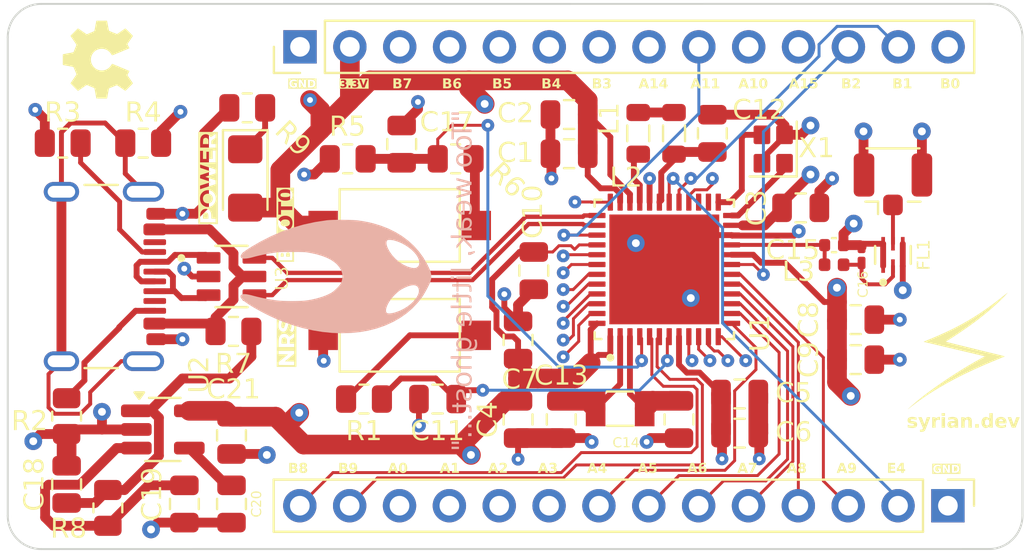
<source format=kicad_pcb>
(kicad_pcb (version 20240108) (generator "pcbnew") (generator_version "8.0")
  (layers (0 "F.Cu" signal) (1 "In1.Cu" power) (2 "In2.Cu" signal) (3 "In3.Cu" power) (4 "In4.Cu" power) (31 "B.Cu" signal) (34 "B.Paste" user) (35 "F.Paste" user) (36 "B.SilkS" user "B.Silkscreen") (37 "F.SilkS" user "F.Silkscreen") (38 "B.Mask" user) (39 "F.Mask" user) (44 "Edge.Cuts" user))
  (net 0 "")
  (net 1 "GND")
  (net 2 "+3.3V")
  (net 3 "/NRST")
  (net 4 "/SMPS_FB")
  (net 5 "/LSE_IN")
  (net 6 "/LSE_OUT")
  (net 7 "/RF")
  (net 8 "Net-(FL1-IN)")
  (net 9 "/BOOT0")
  (net 10 "Net-(U2-IN)")
  (net 11 "Net-(U2-EN)")
  (net 12 "Net-(U2-NR)")
  (net 13 "Net-(D1-K)")
  (net 14 "/RF_Antenna")
  (net 15 "Net-(J1-SHIELD)")
  (net 16 "VBUS (+5V)")
  (net 17 "Net-(J1-D--PadA7)")
  (net 18 "Net-(J1-CC1)")
  (net 21 "Net-(J1-D+-PadA6)")
  (net 22 "Net-(J1-CC2)")
  (net 23 "/PA2")
  (net 24 "/PA7")
  (net 25 "/PA13")
  (net 26 "/PA1")
  (net 27 "/PA4")
  (net 28 "/PA10")
  (net 29 "/PA9")
  (net 30 "/PA3")
  (net 31 "/PA8")
  (net 32 "/PA0")
  (net 33 "/PA6")
  (net 34 "/PA5")
  (net 35 "/SMPS_LX")
  (net 36 "/SMPS_LX1")
  (net 37 "/HSE_OUT")
  (net 40 "/HSE_IN")
  (net 41 "/PE4")
  (net 42 "/PB5")
  (net 43 "/PB1")
  (net 44 "/PB6")
  (net 45 "/PB4")
  (net 46 "/PB7")
  (net 47 "/PB0")
  (net 48 "/PA15")
  (net 49 "/PB3")
  (net 50 "/PA14")
  (net 51 "/PB2")
  (net 52 "/PB9")
  (net 53 "/PB8")
  (net 54 "Net-(R1-Pad1)")
  (net 55 "Net-(R6-Pad1)")
  (net 56 "/USB_D+")
  (net 57 "/USB_D-")
  (footprint "LOGO" (layer "F.Cu") (at 124.09 81.740001 90)
    (property "Reference" "G***" (hide yes))
    (property "Value" "LOGO" (hide yes))
  )
  (footprint "Resistor_SMD:R_0805_2012Metric" (layer "F.Cu") (at 131.7 84.2 180)
    (property "Reference" "R9")
    (property "Value" "1K")
  )
  (footprint "Button_Switch_SMD:SW_SPST_CK_RS282G05A3" (layer "F.Cu") (at 139.470001 90.2 180)
    (property "Reference" "BOOT0")
    (property "Value" "SW_Push")
  )
  (footprint "Resistor_SMD:R_0805_2012Metric" (layer "F.Cu") (at 136.82 86.8)
    (property "Reference" "R5")
    (property "Value" "5.1K")
  )
  (footprint "Capacitor_SMD:C_0805_2012Metric" (layer "F.Cu") (at 156.789561 100.789231)
    (property "Reference" "C6")
    (property "Value" "100 nF")
  )
  (footprint "Resistor_SMD:R_0805_2012Metric" (layer "F.Cu") (at 142.32 86.8 180)
    (property "Reference" "R6")
    (property "Value" "220R")
  )
  (footprint "Capacitor_SMD:C_0805_2012Metric" (layer "F.Cu") (at 130.9 100.9 -90)
    (property "Reference" "C21")
    (property "Value" "4.7 uF")
  )
  (footprint "Resistor_SMD:R_0805_2012Metric" (layer "F.Cu") (at 124.6 104.6 90)
    (property "Reference" "R8")
    (property "Value" "220R")
  )
  (footprint "Capacitor_SMD:C_0805_2012Metric" (layer "F.Cu") (at 148.1 84.539231 180)
    (property "Reference" "C2")
    (property "Value" "100 nF")
  )
  (footprint "Package_QFP:STM32WB-QFN50P700X700X60-49N" (layer "F.Cu") (at 152.95 92.439231 90)
    (property "Reference" "U1")
    (property "Value" "STM32WB55CCU6")
  )
  (footprint "Inductor_SMD:L_0805_2012Metric" (layer "F.Cu") (at 151.6218 85.5 90)
    (property "Reference" "L1")
    (property "Value" "10 nH")
  )
  (footprint "LOGO" (layer "F.Cu") (at 167.9 96.6)
    (property "Reference" "G***" (hide yes))
    (property "Value" "LOGO" (hide yes))
  )
  (footprint "Connector_PinHeader_2.54mm:PinHeader_1x14_P2.54mm_Vertical" (layer "F.Cu") (at 167.4 104.489231 -90)
    (property "Reference" "J2" (hide yes))
    (property "Value" "Conn_01x14")
  )
  (footprint "Package_TO_SOT_SMD:SOT-23-5_HandSoldering" (layer "F.Cu") (at 127.4 100.6)
    (property "Reference" "U2")
    (property "Value" "TPS73633DBV")
  )
  (footprint "Capacitor_SMD:C_0805_2012Metric" (layer "F.Cu") (at 130.9 104.4 -90)
    (property "Reference" "C20")
    (property "Value" "4.7 uF")
  )
  (footprint "proj:SOT95P280X145-6N" (layer "F.Cu") (at 130.9 92.800001)
    (property "Reference" "U3")
    (property "Value" "USBLC6-2SC6")
  )
  (footprint "Button_Switch_SMD:SW_SPST_CK_RS282G05A3" (layer "F.Cu") (at 139.470001 95.8 180)
    (property "Reference" "SW1" (hide yes))
    (property "Value" "SW_Push")
  )
  (footprint "Capacitor_SMD:C_0805_2012Metric" (layer "F.Cu") (at 162.7 97.039231)
    (property "Reference" "C9")
    (property "Value" "100 nF")
  )
  (footprint "Capacitor_SMD:C_0805_2012Metric" (layer "F.Cu") (at 153.7 100.089231 -90)
    (property "Reference" "C14")
    (property "Value" "10 pF")
  )
  (footprint "Capacitor_SMD:C_0805_2012Metric" (layer "F.Cu") (at 155.4 85.5 90)
    (property "Reference" "C12")
    (property "Value" "4.7 uF")
  )
  (footprint "Capacitor_SMD:C_0805_2012Metric" (layer "F.Cu") (at 145.5 100.089231 -90)
    (property "Reference" "C4")
    (property "Value" "4.7 uF")
  )
  (footprint "Capacitor_SMD:C_0805_2012Metric" (layer "F.Cu") (at 156.789561 98.789231)
    (property "Reference" "C5")
    (property "Value" "100 nF")
  )
  (footprint "Capacitor_SMD:C_0201_0603Metric_Pad0.64x0.40mm_HandSolder" (layer "F.Cu") (at 163 91.7 90)
    (property "Reference" "C16")
    (property "Value" "0.3 pF")
  )
  (footprint "Capacitor_SMD:C_0805_2012Metric" (layer "F.Cu") (at 128.5 104.4 -90)
    (property "Reference" "C19")
    (property "Value" "4.7 uF")
  )
  (footprint "Resistor_SMD:R_0805_2012Metric" (layer "F.Cu") (at 122.498163 99.921 -90)
    (property "Reference" "R2")
    (property "Value" "5.1K")
  )
  (footprint "Resistor_SMD:R_0805_2012Metric" (layer "F.Cu") (at 122.3 86.000001 180)
    (property "Reference" "R3")
    (property "Value" "5.1K")
  )
  (footprint "Connector_USB:USB_C_Receptacle_GCT_USB4105-xx-A_16P_TopMnt_Horizontal" (layer "F.Cu") (at 123.31 92.800001 -90)
    (property "Reference" "J1" (hide yes))
    (property "Value" "USB_C_2.0_16P")
  )
  (footprint "Resistor_SMD:R_0805_2012Metric" (layer "F.Cu") (at 137.65 99.05)
    (property "Reference" "R1")
    (property "Value" "5.1K")
  )
  (footprint "Capacitor_SMD:C_0402_1005Metric" (layer "F.Cu") (at 161.6 91.2)
    (property "Reference" "C15")
    (property "Value" "0.8 pF")
  )
  (footprint "Capacitor_SMD:C_0805_2012Metric" (layer "F.Cu") (at 145.5 96.039231 90)
    (property "Reference" "C7")
    (property "Value" "100 nF")
  )
  (footprint "Capacitor_SMD:C_0805_2012Metric" (layer "F.Cu") (at 147.7 100.089231 -90)
    (property "Reference" "C13")
    (property "Value" "10 pF")
  )
  (footprint "Crystal:Crystal_SMD_3215-2Pin_3.2x1.5mm" (layer "F.Cu") (at 150.7 99.539231)
    (property "Reference" "X2" (hide yes))
    (property "Value" "32.768 kHz")
  )
  (footprint "Inductor_SMD:L_0402_1005Metric" (layer "F.Cu") (at 161.6 92.2)
    (property "Reference" "L3")
    (property "Value" "2.7 nH")
  )
  (footprint "Capacitor_SMD:C_0805_2012Metric" (layer "F.Cu") (at 148.1 86.539231 180)
    (property "Reference" "C1")
    (property "Value" "4.7 uF")
  )
  (footprint "Crystal:Crystal_SMD_SeikoEpson_FA128-4Pin_2.0x1.6mm" (layer "F.Cu") (at 158.5 86.3 90)
    (property "Reference" "X1")
    (property "Value" "32 MHz")
  )
  (footprint "Connector_PinHeader_2.54mm:PinHeader_1x14_P2.54mm_Vertical" (layer "F.Cu") (at 134.39 81.089231 90)
    (property "Reference" "J3" (hide yes))
    (property "Value" "Conn_01x14")
  )
  (footprint "Inductor_SMD:L_0805_2012Metric" (layer "F.Cu") (at 153.4459 85.5 -90)
    (property "Reference" "L2")
    (property "Value" "10 uH")
  )
  (footprint "Capacitor_SMD:C_0805_2012Metric" (layer "F.Cu") (at 141.4 99.05 180)
    (property "Reference" "C11")
    (property "Value" "4.7 uF")
  )
  (footprint "Resistor_SMD:R_0805_2012Metric" (layer "F.Cu") (at 126.4 86.000001)
    (property "Reference" "R4")
    (property "Value" "1M")
  )
  (footprint "Capacitor_SMD:C_0805_2012Metric" (layer "F.Cu") (at 122.5 103.4 90)
    (property "Reference" "C18")
    (property "Value" "4.7 uF")
  )
  (footprint "Diode_SMD:D_1206_3216Metric_Pad1.42x1.75mm_HandSolder" (layer "F.Cu") (at 131.6 87.800001 -90)
    (property "Reference" "D1" (hide yes))
    (property "Value" "RED")
  )
  (footprint "Capacitor_SMD:C_0805_2012Metric" (layer "F.Cu") (at 159.9 89.3)
    (property "Reference" "C3")
    (property "Value" "100 nF")
  )
  (footprint "proj:ICCAF50P160X80X70-6N" (layer "F.Cu") (at 164.6 91.7 90)
    (property "Reference" "FL1")
    (property "Value" "2450LP14A100T")
  )
  (footprint "LOGO" (layer "F.Cu") (at 129.7 87.783251 90)
    (property "Reference" "G***" (hide yes))
    (property "Value" "LOGO" (hide yes))
  )
  (footprint "Connector_Coaxial:U.FL_Hirose_U.FL-R-SMT-1_Vertical" (layer "F.Cu") (at 164.6 88.1 90)
    (property "Reference" "J4" (hide yes))
    (property "Value" "Conn_Coaxial")
  )
  (footprint "LOGO" (layer "F.Cu") (at 133.7 95.8 90)
    (property "Reference" "G***" (hide yes))
    (property "Value" "LOGO" (hide yes))
  )
  (footprint "Resistor_SMD:R_0805_2012Metric" (layer "F.Cu") (at 131 95.6 180)
    (property "Reference" "R7")
    (property "Value" "1K")
  )
  (footprint "Capacitor_SMD:C_0805_2012Metric" (layer "F.Cu") (at 146.3 92.5 -90)
    (property "Reference" "C10")
    (property "Value" "100 nF")
  )
  (footprint "Capacitor_SMD:C_0805_2012Metric" (layer "F.Cu") (at 162.7 95)
    (property "Reference" "C8")
    (property "Value" "100 nF")
  )
  (footprint "Capacitor_SMD:C_0805_2012Metric" (layer "F.Cu") (at 139.570001 86.05 90)
    (property "Reference" "C17")
    (property "Value" "100 nF")
  )
  (footprint "LOGO" (layer "B.Cu") (at 136.189457 92.789724 -90)
    (property "Reference" "G***" (hide yes))
    (property "Value" "LOGO" (hide yes))
  )
  (gr_arc (start 119.5 80.600001) (mid 119.997918 79.397919) (end 121.2 78.900001) (stroke (width 0.1)) (layer "Edge.Cuts"))
  (gr_line (start 121.2 78.900001) (end 169.497918 78.897919) (stroke (width 0.1)) (layer "Edge.Cuts"))
  (gr_arc (start 171.197918 104.997918) (mid 170.7 106.2) (end 169.497918 106.697918) (stroke (width 0.1)) (layer "Edge.Cuts"))
  (gr_line (start 169.497918 106.697918) (end 121.2 106.700001) (stroke (width 0.1)) (layer "Edge.Cuts"))
  (gr_arc (start 121.2 106.700001) (mid 119.997918 106.202082) (end 119.499999 105) (stroke (width 0.1)) (layer "Edge.Cuts"))
  (gr_line (start 171.197918 104.997918) (end 171.197918 80.597919) (stroke (width 0.1)) (layer "Edge.Cuts"))
  (gr_line (start 119.499999 105) (end 119.5 80.600001) (stroke (width 0.1)) (layer "Edge.Cuts"))
  (gr_arc (start 169.497918 78.897919) (mid 170.699999 79.395838) (end 171.197918 80.597919) (stroke (width 0.1)) (layer "Edge.Cuts"))
  (gr_text "{dblquote}Too weak, little ghost...{dblquote}" (at 143.3 84.300001 90) (layer "B.SilkS") (effects (font (size 1 1)) (justify left bottom mirror)))
  (gr_text "B1" (at 164.56409 83.289231 0) (layer "F.SilkS") (effects (font (size 0.5 0.5) (thickness 0.125) (bold yes)) (justify left bottom)))
  (gr_text "A3" (at 146.499066 102.9 0) (layer "F.SilkS") (effects (font (size 0.5 0.5) (thickness 0.125) (bold yes)) (justify left bottom)))
  (gr_text "A9" (at 161.731251 102.9 0) (layer "F.SilkS") (effects (font (size 0.5 0.5) (thickness 0.125) (bold yes)) (justify left bottom)))
  (gr_text "A2" (at 143.963462 102.9 0) (layer "F.SilkS") (effects (font (size 0.5 0.5) (thickness 0.125) (bold yes)) (justify left bottom)))
  (gr_text "A10" (at 156.721096 83.289231 0) (layer "F.SilkS") (effects (font (size 0.5 0.5) (thickness 0.125) (bold yes)) (justify left bottom)))
  (gr_text "A5" (at 151.581752 102.9 0) (layer "F.SilkS") (effects (font (size 0.5 0.5) (thickness 0.125) (bold yes)) (justify left bottom)))
  (gr_text "B3" (at 149.253992 83.289231 0) (layer "F.SilkS") (effects (font (size 0.5 0.5) (thickness 0.125) (bold yes)) (justify left bottom)))
  (gr_text "B9" (at 136.327342 102.9 0) (layer "F.SilkS") (effects (font (size 0.5 0.5) (thickness 0.125) (bold yes)) (justify left bottom)))
  (gr_text "A7" (at 156.670301 102.9 0) (layer "F.SilkS") (effects (font (size 0.5 0.5) (thickness 0.125) (bold yes)) (justify left bottom)))
  (gr_text "E4" (at 164.287858 102.9 0) (layer "F.SilkS") (effects (font (size 0.5 0.5) (thickness 0.125) (bold yes)) (justify left bottom)))
  (gr_text "B7" (at 139.084222 83.289231 0) (layer "F.SilkS") (effects (font (size 0.5 0.5) (thickness 0.125) (bold yes)) (justify left bottom)))
  (gr_text "B8" (at 133.779282 102.9 0) (layer "F.SilkS") (effects (font (size 0.5 0.5) (thickness 0.125) (bold yes)) (justify left bottom)))
  (gr_text "A14" (at 151.637678 83.289231 0) (layer "F.SilkS") (effects (font (size 0.5 0.5) (thickness 0.125) (bold yes)) (justify left bottom)))
  (gr_text "B5" (at 144.173015 83.289231 0) (layer "F.SilkS") (effects (font (size 0.5 0.5) (thickness 0.125) (bold yes)) (justify left bottom)))
  (gr_text "B2" (at 161.954724 83.289231 0) (layer "F.SilkS") (effects (font (size 0.5 0.5) (thickness 0.125) (bold yes)) (justify left bottom)))
  (gr_text "GND" (at 133.815863 83.232489 0) (layer "F.SilkS" knockout) (effects (font (size 0.4 0.4) (thickness 0.1) (bold yes)) (justify left bottom)))
  (gr_text "3.3V" (at 136.415262 83.232489 0) (layer "F.SilkS" knockout) (effects (font (size 0.4 0.4) (thickness 0.1) (bold yes)) (justify left bottom)))
  (gr_text "A8" (at 159.180747 102.9 0) (layer "F.SilkS") (effects (font (size 0.5 0.5) (thickness 0.125) (bold yes)) (justify left bottom)))
  (gr_text "syrian.dev" (at 165.295674 100.63 0) (layer "F.SilkS") (effects (font (size 0.7 0.7) (thickness 0.125) (bold yes)) (justify left bottom)))
  (gr_text "A15" (at 159.29065 83.289231 0) (layer "F.SilkS") (effects (font (size 0.5 0.5) (thickness 0.125) (bold yes)) (justify left bottom)))
  (gr_text "A0" (at 138.855863 102.9 0) (layer "F.SilkS") (effects (font (size 0.5 0.5) (thickness 0.125) (bold yes)) (justify left bottom)))
  (gr_text "GND" (at 166.624844 102.879231 0) (layer "F.SilkS" knockout) (effects (font (size 0.4 0.4) (thickness 0.1) (bold yes)) (justify left bottom)))
  (gr_text "A4" (at 149.013908 102.9 0) (layer "F.SilkS") (effects (font (size 0.5 0.5) (thickness 0.125) (bold yes)) (justify left bottom)))
  (gr_text "B6" (at 141.618361 83.289231 0) (layer "F.SilkS") (effects (font (size 0.5 0.5) (thickness 0.125) (bold yes)) (justify left bottom)))
  (gr_text "B0" (at 167.003462 83.289231 0) (layer "F.SilkS") (effects (font (size 0.5 0.5) (thickness 0.125) (bold yes)) (justify left bottom)))
  (gr_text "A11" (at 154.281724 83.289231 0) (layer "F.SilkS") (effects (font (size 0.5 0.5) (thickness 0.125) (bold yes)) (justify left bottom)))
  (gr_text "A1" (at 141.507726 102.9 0) (layer "F.SilkS") (effects (font (size 0.5 0.5) (thickness 0.125) (bold yes)) (justify left bottom)))
  (gr_text "B4" (at 146.680043 83.289231 0) (layer "F.SilkS") (effects (font (size 0.5 0.5) (thickness 0.125) (bold yes)) (justify left bottom)))
  (gr_text "A6" (at 154.110761 102.9 0) (layer "F.SilkS") (effects (font (size 0.5 0.5) (thickness 0.125) (bold yes)) (justify left bottom)))
  (segment (start 159.575 90.714231) (end 156.405 90.714231) (width 0.3) (layer "F.Cu") (net 1))
  (segment (start 135.570002 95.8) (end 135.570002 97.070002) (width 0.5) (layer "F.Cu") (net 1))
  (segment (start 145.616902 102.116901) (end 145.5 101.999999) (width 0.3) (layer "F.Cu") (net 1))
  (segment (start 147.2 87.8) (end 147.2 86.58923) (width 0.5) (layer "F.Cu") (net 1))
  (segment (start 145.5 102.116901) (end 145.5 101.03923) (width 0.3) (layer "F.Cu") (net 1))
  (segment (start 164.1 91.130001) (end 164.1 92.269999) (width 0.3) (layer "F.Cu") (net 1))
  (segment (start 150.540001 90.639232) (end 150.59 90.689231) (width 0.2) (layer "F.Cu") (net 1))
  (segment (start 130.9 101.849999) (end 132.649999 101.849999) (width 0.5) (layer "F.Cu") (net 1))
  (segment (start 128.4 89.600001) (end 129.099999 89.600001) (width 0.5) (layer "F.Cu") (net 1))
  (segment (start 129.099999 89.600001) (end 129.5 89.2) (width 0.5) (layer "F.Cu") (net 1))
  (segment (start 156.38 90.689231) (end 154.7 90.689231) (width 0.3) (layer "F.Cu") (net 1))
  (segment (start 162.08 90.62) (end 162.6 90.1) (width 0.5) (layer "F.Cu") (net 1))
  (segment (start 120.9 84.300001) (end 121.3875 84.787501) (width 0.5) (layer "F.Cu") (net 1))
  (segment (start 157.925 86.799914) (end 159.075 85.649914) (width 0.3) (layer "F.Cu") (net 1))
  (segment (start 150.479231 91.7) (end 150.49 91.689231) (width 0.15) (layer "F.Cu") (net 1))
  (segment (start 147.150001 84.539231) (end 147.150001 86.539231) (width 0.5) (layer "F.Cu") (net 1))
  (segment (start 152.2 87.8) (end 152.2 89.009231) (width 0.3) (layer "F.Cu") (net 1))
  (segment (start 157.73956 100.78923) (end 157.739561 100.789231) (width 1) (layer "F.Cu") (net 1))
  (segment (start 128.5 105.349999) (end 130.9 105.349999) (width 0.5) (layer "F.Cu") (net 1))
  (segment (start 140.4 83.900001) (end 140.4 84.270002) (width 0.5) (layer "F.Cu") (net 1))
  (segment (start 157.789561 102.1) (end 157.789561 100.839231) (width 0.5) (layer "F.Cu") (net 1))
  (segment (start 122.498163 102.448164) (end 122.5 102.450001) (width 1) (layer "F.Cu") (net 1))
  (segment (start 124.3 100.6) (end 124.3 99.7) (width 0.5) (layer "F.Cu") (net 1))
  (segment (start 163.125 85.425) (end 163.1 85.4) (width 0.5) (layer "F.Cu") (net 1))
  (segment (start 166.075 85.4) (end 166.075 87.625) (width 0.5) (layer "F.Cu") (net 1))
  (segment (start 140.4 84.270002) (end 139.570001 85.100001) (width 0.5) (layer "F.Cu") (net 1))
  (segment (start 144.8 93.7) (end 144.8 94.389232) (width 0.3) (layer "F.Cu") (net 1))
  (segment (start 147.7 101.03923) (end 149.053441 101.03923) (width 0.5) (layer "F.Cu") (net 1))
  (segment (start 147.2 86.58923) (end 147.150001 86.539231) (width 0.5) (layer "F.Cu") (net 1))
  (segment (start 164.95 95) (end 163.65 95) (width 0.5) (layer "F.Cu") (net 1))
  (segment (start 149.053441 101.03923) (end 149.25 101.235789) (width 0.5) (layer "F.Cu") (net 1))
  (segment (start 145.5 95.089232) (end 145.5 94.249999) (width 0.5) (layer "F.Cu") (net 1))
  (segment (start 129.7316 92.800001) (end 128.891618 92.800001) (width 0.3) (layer "F.Cu") (net 1))
  (segment (start 156.405 90.714231) (end 156.38 90.689231) (width 0.3) (layer "F.Cu") (net 1))
  (segment (start 126.99 89.600001) (end 128.4 89.600001) (width 0.5) (layer "F.Cu") (net 1))
  (segment (start 158.525 84.550001) (end 159.075 85.100001) (width 0.5) (layer "F.Cu") (net 1))
  (segment (start 157.789561 100.839231) (end 157.739561 100.789231) (width 0.5) (layer "F.Cu") (net 1))
  (segment (start 160.849999 88.450001) (end 160.849999 89.3) (width 0.5) (layer "F.Cu") (net 1))
  (segment (start 135.1075 87.6) (end 135.9075 86.8) (width 0.5) (layer "F.Cu") (net 1))
  (segment (start 122.498163 100.8335) (end 122.498163 102.448164) (width 1) (layer "F.Cu") (net 1))
  (segment (start 164.1 91.130001) (end 163.162499 91.130001) (width 0.3) (layer "F.Cu") (net 1))
  (segment (start 152.246559 101.03923) (end 152.05 101.235789) (width 0.5) (layer "F.Cu") (net 1))
  (segment (start 129.5 85.4875) (end 130.7875 84.2) (width 0.5) (layer "F.Cu") (net 1))
  (segment (start 128.5 105.349999) (end 127.150001 105.349999) (width 0.5) (layer "F.Cu") (net 1))
  (segment (start 132.649999 101.849999) (end 132.7 101.9) (width 0.5) (layer "F.Cu") (net 1))
  (segment (start 145.5 101.03923) (end 147.7 101.03923) (width 1) (layer "F.Cu") (net 1))
  (segment (start 122.731663 100.6) (end 122.498163 100.8335) (width 0.5) (layer "F.Cu") (net 1))
  (segment (start 165.1 91.130001) (end 165.1 92.269999) (width 0.3) (layer "F.Cu") (net 1))
  (segment (start 140.400001 83.900002) (end 140.4 83.900001) (width 0.5) (layer "F.Cu") (net 1))
  (segment (start 155.4 84.550001) (end 158.525 84.550001) (width 0.5) (layer "F.Cu") (net 1))
  (segment (start 145.5 94.249999) (end 146.3 93.449999) (width 0.5) (layer "F.Cu") (net 1))
  (segment (start 163.1 87.6) (end 163.125 87.625) (width 0.5) (layer "F.Cu") (net 1))
  (segment (start 162.08 91.2) (end 162.08 90.62) (width 0.5) (layer "F.Cu") (net 1))
  (segment (start 161.5 87.8) (end 160.849999 88.450001) (width 0.5) (layer "F.Cu") (net 1))
  (segment (start 122.498163 100.8335) (end 121.1665 100.8335) (width 0.5) (layer "F.Cu") (net 1))
  (segment (start 162.08 91.2) (end 162.9075 91.2) (width 0.5) (layer "F.Cu") (net 1))
  (segment (start 126.05 100.6) (end 124.3 100.6) (width 0.5) (layer "F.Cu") (net 1))
  (segment (start 159.8 90.489231) (end 159.575 90.714231) (width 0.3) (layer "F.Cu") (net 1))
  (segment (start 162.9075 91.2) (end 163 91.2925) (width 0.5) (layer "F.Cu") (net 1))
  (segment (start 163.162499 91.130001) (end 163 91.2925) (width 0.3) (layer "F.Cu") (net 1))
  (segment (start 126.99 96.000001) (end 128.4 96.000001) (width 0.5) (layer "F.Cu") (net 1))
  (segment (start 154.7 90.689231) (end 152.95 92.439231) (width 0.3) (layer "F.Cu") (net 1))
  (segment (start 127.3125 85.387501) (end 127.3125 86.000001) (width 0.5) (layer "F.Cu") (net 1))
  (segment (start 165.1 92.269999) (end 165.1 93.5) (width 0.3) (layer "F.Cu") (net 1))
  (segment (start 128.3 84.400001) (end 127.3125 85.387501) (width 0.5) (layer "F.Cu") (net 1))
  (segment (start 128.891618 92.800001) (end 128.491617 92.4) (width 0.3) (layer "F.Cu") (net 1))
  (segment (start 140.4 100.4) (end 140.450001 100.349999) (width 0.3) (layer "F.Cu") (net 1))
  (segment (start 135.570002 97.070002) (end 135.6 97.1) (width 0.5) (layer "F.Cu") (net 1))
  (segment (start 153.7 101.03923) (end 152.246559 101.03923) (width 0.5) (layer "F.Cu") (net 1))
  (segment (start 121.3875 84.787501) (end 121.3875 86.000001) (width 0.5) (layer "F.Cu") (net 1))
  (segment (start 159.075 85.100001) (end 159.075 85.575) (width 0.5) (layer "F.Cu") (net 1))
  (segment (start 163.1 85.4) (end 163.1 87.6) (width 0.5) (layer "F.Cu") (net 1))
  (segment (start 157.73956 98.789231) (end 157.73956 100.78923) (width 1) (layer "F.Cu") (net 1))
  (segment (start 129.5 89.2) (end 129.5 85.4875) (width 0.5) (layer "F.Cu") (net 1))
  (segment (start 159.075 85.575) (end 159.925 85.575) (width 0.5) (layer "F.Cu") (net 1))
  (segment (start 121.1665 100.8335) (end 120.8 101.2) (width 0.5) (layer "F.Cu") (net 1))
  (segment (start 164.95 97.039231) (end 163.65 97.039231) (width 0.5) (layer "F.Cu") (net 1))
  (segment (start 134.6 87.6) (end 135.1075 87.6) (width 0.5) (layer "F.Cu") (net 1))
  (segment (start 159.925 85.575) (end 160.4 85.1) (width 0.5) (layer "F.Cu") (net 1))
  (segment (start 140.450001 99.05) (end 140.450001 100.4) (width 0.3) (layer "F.Cu") (net 1))
  (segment (start 127.150001 105.349999) (end 126.8 105.7) (width 0.5) (layer "F.Cu") (net 1))
  (segment (start 144.8 94.389232) (end 145.5 95.089232) (width 0.3) (layer "F.Cu") (net 1))
  (segment (start 124.3 100.6) (end 122.731663 100.6) (width 0.5) (layer "F.Cu") (net 1))
  (via (at 120.8 101.2) (size 0.9) (drill 0.4) (layers "F.Cu" "B.Cu") (net 1))
  (via (at 164.95 95) (size 0.7) (drill 0.3) (layers "F.Cu" "B.Cu") (net 1))
  (via (at 157.789561 102.1) (size 0.65) (drill 0.25) (layers "F.Cu" "B.Cu") (net 1))
  (via (at 128.491617 92.4) (size 0.7) (drill 0.3) (layers "F.Cu" "B.Cu") (net 1))
  (via (at 160.4 85.1) (size 0.9) (drill 0.4) (layers "F.Cu" "B.Cu") (net 1))
  (via (at 165.1 93.5) (size 0.9) (drill 0.4) (layers "F.Cu" "B.Cu") (net 1))
  (via (at 120.9 84.300001) (size 0.7) (drill 0.3) (layers "F.Cu" "B.Cu") (net 1))
  (via (at 163.1 85.4) (size 0.9) (drill 0.4) (layers "F.Cu" "B.Cu") (net 1))
  (via (at 132.7 101.9) (size 0.9) (drill 0.4) (layers "F.Cu" "B.Cu") (net 1))
  (via (at 140.450001 100.4) (size 0.7) (drill 0.3) (layers "F.Cu" "B.Cu") (net 1))
  (via (at 154.3 93.9) (size 0.9) (drill 0.4) (layers "F.Cu" "B.Cu") (net 1))
  (via (at 145.5 102.116901) (size 0.65) (drill 0.25) (layers "F.Cu" "B.Cu") (net 1))
  (via (at 128.3 84.400001) (size 0.7) (drill 0.3) (layers "F.Cu" "B.Cu") (net 1))
  (via (at 162.6 90.1) (size 0.9) (drill 0.4) (layers "F.Cu" "B.Cu") (net 1))
  (via (at 149.25 101.235789) (size 0.7) (drill 0.3) (layers "F.Cu" "B.Cu") (net 1))
  (via (at 135.6 97.1) (size 0.7) (drill 0.3) (layers "F.Cu" "B.Cu") (net 1))
  (via (at 144.8 93.7) (size 0.7) (drill 0.3) (layers "F.Cu" "B.Cu") (net 1))
  (via (at 140.4 83.900001) (size 0.7) (drill 0.3) (layers "F.Cu" "B.Cu") (net 1))
  (via (at 166.075 85.4) (size 0.9) (drill 0.4) (layers "F.Cu" "B.Cu") (net 1))
  (via (at 151.5 91.1) (size 0.9) (drill 0.4) (layers "F.Cu" "B.Cu") (net 1))
  (via (at 147.2 87.8) (size 0.7) (drill 0.3) (layers "F.Cu" "B.Cu") (net 1))
  (via (at 124.3 99.7) (size 0.9) (drill 0.4) (layers "F.Cu" "B.Cu") (net 1))
  (via (at 134.6 87.6) (size 0.7) (drill 0.3) (layers "F.Cu" "B.Cu") (net 1))
  (via (at 128.4 89.600001) (size 0.7) (drill 0.3) (layers "F.Cu" "B.Cu") (net 1))
  (via (at 126.8 105.7) (size 0.9) (drill 0.4) (layers "F.Cu" "B.Cu") (net 1))
  (via (at 152.05 101.235789) (size 0.7) (drill 0.3) (layers "F.Cu" "B.Cu") (net 1))
  (via (at 159.8 90.489231) (size 0.7) (drill 0.3) (layers "F.Cu" "B.Cu") (net 1))
  (via (at 128.4 96.000001) (size 0.7) (drill 0.3) (layers "F.Cu" "B.Cu") (net 1))
  (via (at 152.2 87.8) (size 0.65) (drill 0.25) (layers "F.Cu" "B.Cu") (net 1))
  (via (at 161.5 87.8) (size 0.7) (drill 0.3) (layers "F.Cu" "B.Cu") (net 1))
  (via (at 164.95 97.039231) (size 0.7) (drill 0.3) (layers "F.Cu" "B.Cu") (net 1))
  (segment (start 161.75 93.376078) (end 161.747099 93.373177) (width 1) (layer "F.Cu") (net 2))
  (segment (start 134.299999 90.2) (end 135.570002 90.2) (width 1) (layer "F.Cu") (net 2))
  (segment (start 148.035768 82.8) (end 149.049999 83.814231) (width 1) (layer "F.Cu") (net 2))
  (segment (start 149.2 95.509231) (end 149.52 95.189231) (width 0.3) (layer "F.Cu") (net 2))
  (segment (start 158.950001 89.3) (end 158.05577 90.194231) (width 0.5) (layer "F.Cu") (net 2))
  (segment (start 145.5 98) (end 146.5 98) (width 1) (layer "F.Cu") (net 2))
  (segment (start 158.05577 90.194231) (end 156.949424 90.194231) (width 0.5) (layer "F.Cu") (net 2))
  (segment (start 150.7 88.576229) (end 150.428002 88.304231) (width 0.3) (layer "F.Cu") (net 2))
  (segment (start 154.1 97.7) (end 153.7 97.3) (width 0.3) (layer "F.Cu") (net 2))
  (segment (start 136.828494 83.928494) (end 137.956987 82.8) (width 1) (layer "F.Cu") (net 2))
  (segment (start 155.839561 100.789231) (end 155.839561 98.789232) (width 1) (layer "F.Cu") (net 2))
  (segment (start 161.75 98.189231) (end 162.45 98.889231) (width 1) (layer "F.Cu") (net 2))
  (segment (start 149.6 96.8) (end 150.1 96.8) (width 0.3) (layer "F.Cu") (net 2))
  (segment (start 146.5 97.98923) (end 145.5 96.98923) (width 0.3) (layer "F.Cu") (net 2))
  (segment (start 149.049999 83.814231) (end 149.049999 84.539231) (width 1) (layer "F.Cu") (net 2))
  (segment (start 136.93 83.826988) (end 136.828494 83.928494) (width 1) (layer "F.Cu") (net 2))
  (segment (start 155.889561 102.1) (end 155.889561 100.839231) (width 0.5) (layer "F.Cu") (net 2))
  (segment (start 130.599999 99.65) (end 130.9 99.950001) (width 1) (layer "F.Cu") (net 2))
  (segment (start 142.604671 101.404671) (end 143.1 101.9) (width 1) (layer "F.Cu") (net 2))
  (segment (start 158.950001 89.049999) (end 160.4 87.6) (width 0.5) (layer "F.Cu") (net 2))
  (segment (start 151.2 89.009231) (end 151.2 88.6) (width 0.3) (layer "F.Cu") (net 2))
  (segment (start 142.604671 101.37) (end 134.57 101.37) (width 1) (layer "F.Cu") (net 2))
  (segment (start 135.428493 85.328494) (end 136.828494 83.928494) (width 1) (layer "F.Cu") (net 2))
  (segment (start 149.049999 87.649999) (end 149.049999 86.539231) (width 0.3) (layer "F.Cu") (net 2))
  (segment (start 149.2 97.2) (end 149.6 96.8) (width 0.3) (layer "F.Cu") (net 2))
  (segment (start 155.839562 98.789231) (end 155.839562 98.578793) (width 0.3) (layer "F.Cu") (net 2))
  (segment (start 161.75 94.1) (end 161.1 94.1) (width 0.3) (layer "F.Cu") (net 2))
  (segment (start 161.75 94.1) (end 161.75 93.376078) (width 1) (layer "F.Cu") (net 2))
  (segment (start 143 82.8) (end 148.035768 82.8) (width 1) (layer "F.Cu") (net 2))
  (segment (start 133.65 100.45) (end 134.35 99.75) (width 1) (layer "F.Cu") (net 2))
  (segment (start 134.57 101.37) (end 133.65 100.45) (width 1) (layer "F.Cu") (net 2))
  (segment (start 158.950001 89.3) (end 158.950001 89.049999) (width 0.5) (layer "F.Cu") (net 2))
  (segment (start 148.380769 91.419231) (end 148.191538 91.23) (width 0.15) (layer "F.Cu") (net 2))
  (segment (start 151.2 88.6) (end 150.2 87.6) (width 0.3) (layer "F.Cu") (net 2))
  (segment (start 144.4 94.583202) (end 144.18 94.363202) (width 0.3) (layer "F.Cu") (net 2))
  (segment (start 148.610769 91.189231) (end 148.380769 91.419231) (width 0.15) (layer "F.Cu") (net 2))
  (segment (start 147.264607 91.550001) (end 146.3 91.550001) (width 0.15) (layer "F.Cu") (net 2))
  (segment (start 155.839562 98.789231) (end 154.750331 97.7) (width 0.3) (layer "F.Cu") (net 2))
  (segment (start 145.5 96.1) (end 145.259232 95.859232) (width 0.3) (layer "F.Cu") (net 2))
  (segment (start 150.1 96.8) (end 150.2 96.7) (width 0.3) (layer "F.Cu") (net 2))
  (segment (start 133.3875 87.369487) (end 135.428493 85.328494) (width 1) (layer "F.Cu") (net 2))
  (segment (start 145.575 91.550001) (end 146.3 91.550001) (width 0.3) (layer "F.Cu") (net 2))
  (segment (start 161.747099 95.03633) (end 161.75 95.039231) (width 0.5) (layer "F.Cu") (net 2))
  (segment (start 147.584608 91.23) (end 147.264607 91.550001) (width 0.15) (layer "F.Cu") (net 2))
  (segment (start 150.2 87.6) (end 150.2 85.689232) (width 0.3) (layer "F.Cu") (net 2))
  (segment (start 155.839561 98.789232) (end 155.839562 98.789231) (width 1) (layer "F.Cu") (net 2))
  (segment (start 145.5 96.98923) (end 145.5 96.1) (width 0.3) (layer "F.Cu") (net 2))
  (segment (start 149.049999 84.539231) (end 149.049999 86.539231) (width 1) (layer "F.Cu") (net 2))
  (segment (start 149.52 91.189231) (end 148.610769 91.189231) (width 0.15) (layer "F.Cu") (net 2))
  (segment (start 145.5 96.98923) (end 145.5 98) (width 1) (layer "F.Cu") (net 2))
  (segment (start 161.75 97.039231) (end 161.75 95.039231) (width 1) (layer "F.Cu") (net 2))
  (segment (start 144.4 95.45655) (end 144.4 94.583202) (width 0.3) (layer "F.Cu") (net 2))
  (segment (start 154.750331 97.7) (end 154.1 97.7) (width 0.3) (layer "F.Cu") (net 2))
  (segment (start 148.4 98) (end 149.2 97.2) (width 1) (layer "F.Cu") (net 2))
  (segment (start 136.93 81.089231) (end 136.93 83.826988) (width 1) (layer "F.Cu") (net 2))
  (segment (start 161.75 95.039231) (end 161.75 94.1) (width 1) (layer "F.Cu") (net 2))
  (segment (start 149.2 97.2) (end 149.2 95.509231) (width 0.3) (layer "F.Cu") (net 2))
  (segment (start 150.7 89.009231) (end 150.7 88.576229) (width 0.3) (layer "F.Cu") (net 2))
  (segment (start 148.191538 91.23) (end 147.584608 91.23) (width 0.15) (layer "F.Cu") (net 2))
  (segment (start 161.75 94.689231) (end 161.75 95.039231) (width 0.3) (layer "F.Cu") (net 2))
  (segment (start 150.2 96.7) (end 150.2 95.869231) (width 0.3) (layer "F.Cu") (net 2))
  (segment (start 137.956987 82.8) (end 143 82.8) (width 1) (layer "F.Cu") (net 2))
  (segment (start 157.477135 91.689231) (end 156.38 91.689231) (width 0.3) (layer "F.Cu") (net 2))
  (segment (start 133.3875 89.287501) (end 134.299999 90.2) (width 1) (layer "F.Cu") (net 2))
  (segment (start 145.5 98) (end 145.5 99.139232) (width 1) (layer "F.Cu") (net 2))
  (segment (start 153.7 97.3) (end 153.7 95.869231) (width 0.3) (layer "F.Cu") (net 2))
  (segment (start 128.75 99.65) (end 130.599999 99.65) (width 1) (layer "F.Cu") (net 2))
  (segment (start 135.428493 84.328494) (end 135.428493 85.328494) (width 1) (layer "F.Cu") (net 2))
  (segment (start 133.150001 99.950001) (end 130.9 99.950001) (width 1) (layer "F.Cu") (net 2))
  (segment (start 134.9 83.800001) (end 135.428493 84.328494) (width 1) (layer "F.Cu") (net 2))
  (segment (start 161.1 94.1) (end 159.1 92.1) (width 0.3) (layer "F.Cu") (net 2))
  (segment (start 143 82.8) (end 143 83.2) (width 1) (layer "F.Cu") (net 2))
  (segment (start 144.18 94.363202) (end 144.18 92.945001) (width 0.3) (layer "F.Cu") (net 2))
  (segment (start 143 83.2) (end 143.8 84) (width 1) (layer "F.Cu") (net 2))
  (segment (start 155.889561 100.839231) (end 155.839561 100.789231) (width 0.5) (layer "F.Cu") (net 2))
  (segment (start 149.704231 88.304231) (end 149.049999 87.649999) (width 0.3) (layer "F.Cu") (net 2))
  (segment (start 133.3875 89.287501) (end 131.6 89.287501) (width 1) (layer "F.Cu") (net 2))
  (segment (start 150.428002 88.304231) (end 149.704231 88.304231) (width 0.3) (layer "F.Cu") (net 2))
  (segment (start 150.2 85.689232) (end 149.049999 84.539231) (width 0.3) (layer "F.Cu") (net 2))
  (segment (start 133.65 100.45) (end 133.150001 99.950001) (width 1) (layer "F.Cu") (net 2))
  (segment (start 142.604671 101.37) (end 142.604671 101.404671) (width 1) (layer "F.Cu") (net 2))
  (segment (start 144.18 92.945001) (end 145.575 91.550001) (width 0.3) (layer "F.Cu") (net 2))
  (segment (start 145.259232 95.859232) (end 144.802682 95.859232) (width 0.3) (layer "F.Cu") (net 2))
  (segment (start 144.835439 99.139232) (end 142.604671 101.37) (width 1) (layer "F.Cu") (net 2))
  (segment (start 133.3875 89.287501) (end 133.3875 87.369487) (width 1) (layer "F.Cu") (net 2))
  (segment (start 144.802682 95.859232) (end 144.4 95.45655) (width 0.3) (layer "F.Cu") (net 2))
  (segment (start 159.1 92.1) (end 157.887904 92.1) (width 0.3) (layer "F.Cu") (net 2))
  (segment (start 145.560439 99.139232) (end 144.835439 99.139232) (width 1) (layer "F.Cu") (net 2))
  (segment (start 146.5 98) (end 148.4 98) (width 1) (layer "F.Cu") (net 2))
  (segment (start 161.75 97.039231) (end 161.75 98.189231) (width 1) (layer "F.Cu") (net 2))
  (segment (start 146.5 98) (end 146.5 97.98923) (width 0.3) (layer "F.Cu") (net 2))
  (segment (start 157.887904 92.1) (end 157.477135 91.689231) (width 0.3) (layer "F.Cu") (net 2))
  (via (at 155.889561 102.1) (size 0.65) (drill 0.25) (layers "F.Cu" "B.Cu") (net 2))
  (via (at 134.35 99.75) (size 0.9) (drill 0.4) (layers "F.Cu" "B.Cu") (net 2))
  (via (at 161.747099 93.373177) (size 0.9) (drill 0.4) (layers "F.Cu" "B.Cu") (net 2))
  (via (at 134.9 83.800001) (size 0.7) (drill 0.3) (layers "F.Cu" "B.Cu") (net 2))
  (via (at 143.1 101.9) (size 0.9) (drill 0.4) (layers "F.Cu" "B.Cu") (net 2))
  (via (at 160.4 87.6) (size 0.9) (drill 0.4) (layers "F.Cu" "B.Cu") (net 2))
  (via (at 143.8 84) (size 0.9) (drill 0.4) (layers "F.Cu" "B.Cu") (net 2))
  (via (at 162.45 98.889231) (size 0.9) (drill 0.4) (layers "F.Cu" "B.Cu") (net 2))
  (segment (start 153.105 95.964231) (end 153.105 97.183311) (width 0.15) (layer "F.Cu") (net 3))
  (segment (start 142.799999 98.6) (end 142.349999 99.05) (width 0.3) (layer "F.Cu") (net 3))
  (segment (start 143.7 98.6) (end 142.799999 98.6) (width 0.3) (layer "F.Cu") (net 3))
  (segment (start 153.2 95.869231) (end 153.105 95.964231) (width 0.15) (layer "F.Cu") (net 3))
  (segment (start 139.53 98) (end 141.299999 98) (width 0.3) (layer "F.Cu") (net 3))
  (segment (start 141.299999 98) (end 142.349999 99.05) (width 0.3) (layer "F.Cu") (net 3))
  (segment (start 138.5625 99.05) (end 138.5625 98.9675) (width 0.3) (layer "F.Cu") (net 3))
  (segment (start 138.5625 98.9675) (end 139.53 98) (width 0.3) (layer "F.Cu") (net 3))
  (via (at 153.105 97.089231) (size 0.65) (drill 0.25) (layers "F.Cu" "B.Cu") (net 3))
  (via (at 143.7 98.6) (size 0.65) (drill 0.25) (layers "F.Cu" "B.Cu") (net 3))
  (segment (start 151.688311 98.6) (end 143.7 98.6) (width 0.15) (layer "B.Cu") (net 3))
  (segment (start 153.105 97.183311) (end 151.688311 98.6) (width 0.15) (layer "B.Cu") (net 3))
  (segment (start 153.4459 86.8541) (end 152.795 87.505) (width 0.3) (layer "F.Cu") (net 4))
  (segment (start 153.4459 86.5625) (end 153.4459 86.8541) (width 0.3) (layer "F.Cu") (net 4))
  (segment (start 153.558401 86.449999) (end 153.4459 86.5625) (width 0.5) (layer "F.Cu") (net 4))
  (segment (start 152.795 88.914231) (end 152.7 89.009231) (width 0.3) (layer "F.Cu") (net 4))
  (segment (start 155.4 86.449999) (end 153.558401 86.449999) (width 0.5) (layer "F.Cu") (net 4))
  (segment (start 152.795 87.505) (end 152.795 88.914231) (width 0.3) (layer "F.Cu") (net 4))
  (segment (start 150.7 98.289231) (end 149.849999 99.139232) (width 0.3) (layer "F.Cu") (net 5))
  (segment (start 149.849999 99.139232) (end 147.7 99.139232) (width 0.3) (layer "F.Cu") (net 5))
  (segment (start 147.7 99.139232) (end 149.050001 99.139232) (width 1) (layer "F.Cu") (net 5))
  (segment (start 149.050001 99.139232) (end 149.45 99.539231) (width 1) (layer "F.Cu") (net 5))
  (segment (start 150.7 95.869231) (end 150.7 98.289231) (width 0.3) (layer "F.Cu") (net 5))
  (segment (start 151.2 95.869231) (end 151.2 98.789231) (width 0.3) (layer "F.Cu") (net 6))
  (segment (start 153.7 99.139232) (end 152.349999 99.139232) (width 1) (layer "F.Cu") (net 6))
  (segment (start 151.2 98.789231) (end 151.95 99.539231) (width 0.3) (layer "F.Cu") (net 6))
  (segment (start 152.349999 99.139232) (end 151.95 99.539231) (width 1) (layer "F.Cu") (net 6))
  (segment (start 161.12 91.2) (end 161.12 92.195) (width 0.2) (layer "F.Cu") (net 7))
  (segment (start 161.12 92.195) (end 161.115 92.2) (width 0.2) (layer "F.Cu") (net 7))
  (segment (start 156.38 91.189231) (end 161.109231 91.189231) (width 0.2) (layer "F.Cu") (net 7))
  (segment (start 161.109231 91.189231) (end 161.12 91.2) (width 0.2) (layer "F.Cu") (net 7))
  (segment (start 164.6 92.8) (end 164.6 92.27) (width 0.2) (layer "F.Cu") (net 8))
  (segment (start 163 92.1075) (end 163 92.9) (width 0.2) (layer "F.Cu") (net 8))
  (segment (start 164.2 93.2) (end 164.6 92.8) (width 0.2) (layer "F.Cu") (net 8))
  (segment (start 163 92.9) (end 163.3 93.2) (width 0.2) (layer "F.Cu") (net 8))
  (segment (start 163.3 93.2) (end 164.2 93.2) (width 0.2) (layer "F.Cu") (net 8))
  (segment (start 162.085 92.2) (end 162.9075 92.2) (width 0.2) (layer "F.Cu") (net 8))
  (segment (start 162.9075 92.2) (end 163 92.1075) (width 0.2) (layer "F.Cu") (net 8))
  (segment (start 137.7325 86.8) (end 139.370002 86.8) (width 0.5) (layer "F.Cu") (net 9))
  (segment (start 139.370002 86.8) (end 139.570001 86.999999) (width 0.5) (layer "F.Cu") (net 9))
  (segment (start 141.4075 85.7925) (end 141.4075 86.8) (width 0.15) (layer "F.Cu") (net 9))
  (segment (start 142.110769 85.089231) (end 141.4075 85.7925) (width 0.15) (layer "F.Cu") (net 9))
  (segment (start 139.77 86.8) (end 139.570001 86.999999) (width 0.5) (layer "F.Cu") (net 9))
  (segment (start 151.795 97.2) (end 151.795 95.964231) (width 0.15) (layer "F.Cu") (net 9))
  (segment (start 151.795 95.964231) (end 151.7 95.869231) (width 0.15) (layer "F.Cu") (net 9))
  (segment (start 143.960439 85.089231) (end 142.110769 85.089231) (width 0.15) (layer "F.Cu") (net 9))
  (segment (start 141.4075 86.8) (end 139.77 86.8) (width 0.5) (layer "F.Cu") (net 9))
  (via (at 151.795 97.089231) (size 0.65) (drill 0.25) (layers "F.Cu" "B.Cu") (net 9))
  (via (at 143.960439 85.089231) (size 0.65) (drill 0.25) (layers "F.Cu" "B.Cu") (net 9))
  (segment (start 151.795 97.2) (end 151.575 97.42) (width 0.15) (layer "B.Cu") (net 9))
  (segment (start 143.960439 93.795831) (end 143.960439 85.089231) (width 0.15) (layer "B.Cu") (net 9))
  (segment (start 147.584608 97.42) (end 143.960439 93.795831) (width 0.15) (layer "B.Cu") (net 9))
  (segment (start 151.575 97.42) (end 147.584608 97.42) (width 0.15) (layer "B.Cu") (net 9))
  (segment (start 124.6 103.6875) (end 125.450072 103.6875) (width 0.5) (layer "F.Cu") (net 10))
  (segment (start 127.2 101.937572) (end 127.2 100) (width 0.5) (layer "F.Cu") (net 10))
  (segment (start 122.5 104.349999) (end 123.937501 104.349999) (width 0.5) (layer "F.Cu") (net 10))
  (segment (start 125.450072 103.6875) (end 127.2 101.937572) (width 0.5) (layer "F.Cu") (net 10))
  (segment (start 123.937501 104.349999) (end 124.6 103.6875) (width 0.5) (layer "F.Cu") (net 10))
  (segment (start 127.2 100) (end 126.85 99.65) (width 0.5) (layer "F.Cu") (net 10))
  (segment (start 128.4 98) (end 126.75 99.65) (width 0.5) (layer "F.Cu") (net 10))
  (segment (start 126.75 99.65) (end 126.05 99.65) (width 0.5) (layer "F.Cu") (net 10))
  (segment (start 131.9125 95.6) (end 131.9125 96.8875) (width 0.5) (layer "F.Cu") (net 10))
  (segment (start 126.85 99.65) (end 126.05 99.65) (width 0.5) (layer "F.Cu") (net 10))
  (segment (start 131.9125 96.8875) (end 130.8 98) (width 0.5) (layer "F.Cu") (net 10))
  (segment (start 130.8 98) (end 128.4 98) (width 0.5) (layer "F.Cu") (net 10))
  (segment (start 121.405 105.083489) (end 121.405 103.595) (width 0.5) (layer "F.Cu") (net 11))
  (segment (start 124.6 105.5125) (end 121.834011 105.5125) (width 0.5) (layer "F.Cu") (net 11))
  (segment (start 121.580199 103.419801) (end 123.180199 103.419801) (width 0.5) (layer "F.Cu") (net 11))
  (segment (start 121.405 103.595) (end 121.580199 103.419801) (width 0.5) (layer "F.Cu") (net 11))
  (segment (start 126.662499 103.450001) (end 124.6 105.5125) (width 0.5) (layer "F.Cu") (net 11))
  (segment (start 125.05 101.55) (end 126.05 101.55) (width 0.5) (layer "F.Cu") (net 11))
  (segment (start 121.834011 105.5125) (end 121.405 105.083489) (width 0.5) (layer "F.Cu") (net 11))
  (segment (start 128.5 103.450001) (end 126.662499 103.450001) (width 0.5) (layer "F.Cu") (net 11))
  (segment (start 123.180199 103.419801) (end 125.05 101.55) (width 0.5) (layer "F.Cu") (net 11))
  (segment (start 130.650001 103.450001) (end 128.75 101.55) (width 0.5) (layer "F.Cu") (net 12))
  (segment (start 130.9 103.450001) (end 130.650001 103.450001) (width 0.5) (layer "F.Cu") (net 12))
  (segment (start 132.6125 84.2) (end 132.6125 85.300001) (width 0.3) (layer "F.Cu") (net 13))
  (segment (start 132.6125 85.300001) (end 131.6 86.312501) (width 0.3) (layer "F.Cu") (net 13))
  (segment (start 164.6 91.13) (end 164.6 89.15) (width 0.2) (layer "F.Cu") (net 14))
  (segment (start 122.7049 84.975001) (end 122.235 85.444901) (width 0.25) (layer "F.Cu") (net 15))
  (segment (start 122.235 97.120001) (end 121.578163 97.776838) (width 0.2) (layer "F.Cu") (net 15))
  (segment (start 123.7 98.7) (end 125.279999 97.120001) (width 0.2) (layer "F.Cu") (net 15))
  (segment (start 125.4875 87.552501) (end 126.415 88.480001) (width 0.25) (layer "F.Cu") (net 15))
  (segment (start 122.235 85.444901) (end 122.235 88.480001) (width 0.25) (layer "F.Cu") (net 15))
  (segment (start 123.7 99.3) (end 123.7 98.7) (width 0.2) (layer "F.Cu") (net 15))
  (segment (start 121.578163 97.776838) (end 121.578163 99.478163) (width 0.2) (layer "F.Cu") (net 15))
  (segment (start 121.578163 99.478163) (end 121.9 99.8) (width 0.2) (layer "F.Cu") (net 15))
  (segment (start 122.235 88.480001) (end 122.235 97.120001) (width 0.5) (layer "F.Cu") (net 15))
  (segment (start 124.4625 84.975001) (end 122.7049 84.975001) (width 0.25) (layer "F.Cu") (net 15))
  (segment (start 123.2 99.8) (end 123.7 99.3) (width 0.2) (layer "F.Cu") (net 15))
  (segment (start 121.9 99.8) (end 123.2 99.8) (width 0.2) (layer "F.Cu") (net 15))
  (segment (start 125.4875 86.000001) (end 124.4625 84.975001) (width 0.25) (layer "F.Cu") (net 15))
  (segment (start 125.279999 97.120001) (end 126.415 97.120001) (width 0.2) (layer "F.Cu") (net 15))
  (segment (start 125.4875 86.000001) (end 125.4875 87.552501) (width 0.25) (layer "F.Cu") (net 15))
  (segment (start 131.4634 92.800001) (end 132.0684 92.800001) (width 0.5) (layer "F.Cu") (net 16))
  (segment (start 131 93.263401) (end 131.4634 92.800001) (width 0.5) (layer "F.Cu") (net 16))
  (segment (start 129.687501 95.200001) (end 130.0875 95.6) (width 0.5) (layer "F.Cu") (net 16))
  (segment (start 126.99 95.200001) (end 129.687501 95.200001) (width 0.5) (layer "F.Cu") (net 16))
  (segment (start 131 93.976839) (end 131 93.263401) (width 0.5) (layer "F.Cu") (net 16))
  (segment (start 130.0875 94.889339) (end 131 93.976839) (width 0.5) (layer "F.Cu") (net 16))
  (segment (start 130.0875 95.6) (end 130.0875 94.889339) (width 0.5) (layer "F.Cu") (net 16))
  (segment (start 131 91.623163) (end 131 92.336601) (width 0.5) (layer "F.Cu") (net 16))
  (segment (start 129.776838 90.400001) (end 131 91.623163) (width 0.5) (layer "F.Cu") (net 16))
  (segment (start 131 92.336601) (end 131.4634 92.800001) (width 0.5) (layer "F.Cu") (net 16))
  (segment (start 126.99 90.400001) (end 129.776838 90.400001) (width 0.5) (layer "F.Cu") (net 16))
  (segment (start 129.7316 91.850001) (end 129.5816 91.700001) (width 0.3) (layer "F.Cu") (net 17))
  (segment (start 126.31188 93.050001) (end 126.065 92.803121) (width 0.3) (layer "F.Cu") (net 17))
  (segment (start 126.99 93.050001) (end 126.31188 93.050001) (width 0.3) (layer "F.Cu") (net 17))
  (segment (start 126.065 92.803121) (end 126.065 92.235001) (width 0.3) (layer "F.Cu") (net 17))
  (segment (start 128.018119 91.700001) (end 127.668119 92.050001) (width 0.3) (layer "F.Cu") (net 17))
  (segment (start 126.065 92.235001) (end 126.25 92.050001) (width 0.3) (layer "F.Cu") (net 17))
  (segment (start 127.668119 92.050001) (end 126.99 92.050001) (width 0.3) (layer "F.Cu") (net 17))
  (segment (start 126.25 92.050001) (end 126.99 92.050001) (width 0.3) (layer "F.Cu") (net 17))
  (segment (start 129.5816 91.700001) (end 128.018119 91.700001) (width 0.3) (layer "F.Cu") (net 17))
  (segment (start 126.347236 91.550001) (end 126.989999 91.550001) (width 0.25) (layer "F.Cu") (net 18))
  (segment (start 125.2 90.402765) (end 126.347236 91.550001) (width 0.25) (layer "F.Cu") (net 18))
  (segment (start 125.2 88.981727) (end 125.2 90.402765) (width 0.25) (layer "F.Cu") (net 18))
  (segment (start 123.2125 86.994227) (end 125.2 88.981727) (width 0.25) (layer "F.Cu") (net 18))
  (segment (start 123.2125 86.000001) (end 123.2125 86.994227) (width 0.25) (layer "F.Cu") (net 18))
  (segment (start 127.915 93.465001) (end 128 93.550001) (width 0.3) (layer "F.Cu") (net 21))
  (segment (start 127.66812 92.550001) (end 127.915 92.796881) (width 0.3) (layer "F.Cu") (net 21))
  (segment (start 126.99 92.550001) (end 127.66812 92.550001) (width 0.3) (layer "F.Cu") (net 21))
  (segment (start 127.915 92.796881) (end 127.915 93.465001) (width 0.3) (layer "F.Cu") (net 21))
  (segment (start 129.5816 93.900001) (end 128.35 93.900001) (width 0.3) (layer "F.Cu") (net 21))
  (segment (start 128.35 93.900001) (end 128 93.550001) (width 0.3) (layer "F.Cu") (net 21))
  (segment (start 129.7316 93.750001) (end 129.5816 93.900001) (width 0.3) (layer "F.Cu") (net 21))
  (segment (start 128 93.550001) (end 126.99 93.550001) (width 0.3) (layer "F.Cu") (net 21))
  (segment (start 126.015553 94.550001) (end 125.18 95.385554) (width 0.3) (layer "F.Cu") (net 22))
  (segment (start 123.405 97.195) (end 123.405 98.101663) (width 0.3) (layer "F.Cu") (net 22))
  (segment (start 126.99 94.550001) (end 126.015553 94.550001) (width 0.3) (layer "F.Cu") (net 22))
  (segment (start 125.18 95.42) (end 123.405 97.195) (width 0.3) (layer "F.Cu") (net 22))
  (segment (start 123.405 98.101663) (end 122.498163 99.0085) (width 0.3) (layer "F.Cu") (net 22))
  (segment (start 125.18 95.385554) (end 125.18 95.42) (width 0.3) (layer "F.Cu") (net 22))
  (segment (start 155.2 95.869231) (end 155.2 96.304231) (width 0.15) (layer "F.Cu") (net 23))
  (segment (start 155.2 96.304231) (end 155.495769 96.6) (width 0.15) (layer "F.Cu") (net 23))
  (segment (start 155.698269 96.6) (end 156.1875 97.089231) (width 0.15) (layer "F.Cu") (net 23))
  (segment (start 155.495769 96.6) (end 155.698269 96.6) (width 0.15) (layer "F.Cu") (net 23))
  (via (at 156.1875 97.089231) (size 0.65) (drill 0.25) (layers "F.Cu" "B.Cu") (net 23))
  (segment (start 156.38 93.689231) (end 156.815 93.689231) (width 0.15) (layer "F.Cu") (net 24))
  (segment (start 159.5 102.229231) (end 157.24 104.489231) (width 0.15) (layer "F.Cu") (net 24))
  (segment (start 156.815 93.689231) (end 159.5 96.374231) (width 0.15) (layer "F.Cu") (net 24))
  (segment (start 159.5 96.374231) (end 159.5 102.229231) (width 0.15) (layer "F.Cu") (net 24))
  (segment (start 147.829231 90.689231) (end 149.52 90.689231) (width 0.15) (layer "F.Cu") (net 25))
  (via (at 147.829231 90.689231) (size 0.65) (drill 0.25) (layers "F.Cu" "B.Cu") (net 25))
  (segment (start 147.829231 90.689231) (end 148.510769 90.689231) (width 0.15) (layer "B.Cu") (net 25))
  (segment (start 154.71 84.49) (end 154.71 81.089231) (width 0.15) (layer "B.Cu") (net 25))
  (segment (start 148.510769 90.689231) (end 154.71 84.49) (width 0.15) (layer "B.Cu") (net 25))
  (segment (start 154.7 96.514231) (end 155.275 97.089231) (width 0.15) (layer "F.Cu") (net 26))
  (segment (start 154.7 95.869231) (end 154.7 96.514231) (width 0.15) (layer "F.Cu") (net 26))
  (via (at 155.275 97.089231) (size 0.65) (drill 0.25) (layers "F.Cu" "B.Cu") (net 26))
  (segment (start 156.534561 98.632978) (end 156.534561 102.190392) (width 0.15) (layer "F.Cu") (net 27))
  (segment (start 157.62 97.547539) (end 156.534561 98.632978) (width 0.15) (layer "F.Cu") (net 27))
  (segment (start 157.62 96.429231) (end 157.62 97.547539) (width 0.15) (layer "F.Cu") (net 27))
  (segment (start 156.534561 102.190392) (end 156.041256 102.683697) (width 0.15) (layer "F.Cu") (net 27))
  (segment (start 151.425533 102.683697) (end 149.619999 104.489231) (width 0.15) (layer "F.Cu") (net 27))
  (segment (start 156.38 95.189231) (end 157.62 96.429231) (width 0.15) (layer "F.Cu") (net 27))
  (segment (start 156.041256 102.683697) (end 151.425533 102.683697) (width 0.15) (layer "F.Cu") (net 27))
  (segment (start 149.23 89.009231) (end 150.2 89.009231) (width 0.15) (layer "F.Cu") (net 28))
  (segment (start 148.4 89) (end 149.220769 89) (width 0.15) (layer "F.Cu") (net 28))
  (segment (start 149.220769 89) (end 149.23 89.009231) (width 0.15) (layer "F.Cu") (net 28))
  (via (at 148.4 89) (size 0.65) (drill 0.25) (layers "F.Cu" "B.Cu") (net 28))
  (segment (start 161.055 103.22423) (end 162.320001 104.489231) (width 0.15) (layer "F.Cu") (net 29))
  (segment (start 161.055 96.929231) (end 161.055 103.22423) (width 0.15) (layer "F.Cu") (net 29))
  (segment (start 156.38 92.689231) (end 156.815 92.689231) (width 0.15) (layer "F.Cu") (net 29))
  (segment (start 156.815 92.689231) (end 161.055 96.929231) (width 0.15) (layer "F.Cu") (net 29))
  (segment (start 155.88 95.869231) (end 157.1 97.089231) (width 0.15) (layer "F.Cu") (net 30))
  (segment (start 155.7 95.869231) (end 155.88 95.869231) (width 0.15) (layer "F.Cu") (net 30))
  (via (at 157.1 97.089231) (size 0.65) (drill 0.25) (layers "F.Cu" "B.Cu") (net 30))
  (segment (start 156.815 93.189231) (end 159.78 96.154231) (width 0.15) (layer "F.Cu") (net 31))
  (segment (start 156.38 93.189231) (end 156.815 93.189231) (width 0.15) (layer "F.Cu") (net 31))
  (segment (start 159.78 96.154231) (end 159.78 104.489231) (width 0.15) (layer "F.Cu") (net 31))
  (segment (start 154.2 95.869231) (end 154.2 96.926731) (width 0.15) (layer "F.Cu") (net 32))
  (segment (start 154.2 96.926731) (end 154.3625 97.089231) (width 0.15) (layer "F.Cu") (net 32))
  (via (at 154.3625 97.089231) (size 0.65) (drill 0.25) (layers "F.Cu" "B.Cu") (net 32))
  (segment (start 155.965534 103.223697) (end 154.7 104.489231) (width 0.15) (layer "F.Cu") (net 33))
  (segment (start 159.23 96.604231) (end 159.23 102.117393) (width 0.15) (layer "F.Cu") (net 33))
  (segment (start 156.38 94.189231) (end 156.815 94.189231) (width 0.15) (layer "F.Cu") (net 33))
  (segment (start 158.123696 103.223697) (end 155.965534 103.223697) (width 0.15) (layer "F.Cu") (net 33))
  (segment (start 159.23 102.117393) (end 158.123696 103.223697) (width 0.15) (layer "F.Cu") (net 33))
  (segment (start 156.815 94.189231) (end 159.23 96.604231) (width 0.15) (layer "F.Cu") (net 33))
  (segment (start 158.8 96.674231) (end 158.8 101.853697) (width 0.15) (layer "F.Cu") (net 34))
  (segment (start 153.695534 102.953697) (end 152.16 104.489231) (width 0.15) (layer "F.Cu") (net 34))
  (segment (start 156.815 94.689231) (end 158.8 96.674231) (width 0.15) (layer "F.Cu") (net 34))
  (segment (start 158.8 101.853697) (end 157.7 102.953697) (width 0.15) (layer "F.Cu") (net 34))
  (segment (start 157.7 102.953697) (end 153.695534 102.953697) (width 0.15) (layer "F.Cu") (net 34))
  (segment (start 156.38 94.689231) (end 156.815 94.689231) (width 0.15) (layer "F.Cu") (net 34))
  (segment (start 151.7 88.141458) (end 151.4 87.841458) (width 0.3) (layer "F.Cu") (net 35))
  (segment (start 151.4 87.841458) (end 151.4 86.7843) (width 0.3) (layer "F.Cu") (net 35))
  (segment (start 151.7 89.009231) (end 151.7 88.141458) (width 0.3) (layer "F.Cu") (net 35))
  (segment (start 151.4 86.7843) (end 151.6218 86.5625) (width 0.3) (layer "F.Cu") (net 35))
  (segment (start 151.6218 84.4375) (end 153.4459 84.4375) (width 0.5) (layer "F.Cu") (net 36))
  (segment (start 156.710769 89.689231) (end 159.075 87.325) (width 0.3) (layer "F.Cu") (net 37))
  (segment (start 159.075 87.325) (end 159.075 87.025) (width 0.3) (layer "F.Cu") (net 37))
  (segment (start 156.38 89.689231) (end 156.710769 89.689231) (width 0.3) (layer "F.Cu") (net 37))
  (segment (start 157.925 85.575) (end 157.025 85.575) (width 0.3) (layer "F.Cu") (net 40))
  (segment (start 156.290769 89.009231) (end 155.7 89.009231) (width 0.3) (layer "F.Cu") (net 40))
  (segment (start 156.9 88.4) (end 156.290769 89.009231) (width 0.3) (layer "F.Cu") (net 40))
  (segment (start 157.025 85.575) (end 156.9 85.7) (width 0.3) (layer "F.Cu") (net 40))
  (segment (start 156.9 85.7) (end 156.9 88.4) (width 0.3) (layer "F.Cu") (net 40))
  (segment (start 153.2 88) (end 153.4 87.8) (width 0.15) (layer "F.Cu") (net 41))
  (segment (start 153.2 89.009231) (end 153.2 88) (width 0.15) (layer "F.Cu") (net 41))
  (via (at 153.4 87.8) (size 0.65) (drill 0.25) (layers "F.Cu" "B.Cu") (net 41))
  (segment (start 155.92 90.32) (end 155.92 95.173839) (width 0.15) (layer "B.Cu") (net 41))
  (segment (start 153.4 87.8) (end 155.92 90.32) (width 0.15) (layer "B.Cu") (net 41))
  (segment (start 155.92 95.173839) (end 164.86 104.113839) (width 0.15) (layer "B.Cu") (net 41))
  (segment (start 164.86 104.113839) (end 164.86 104.489231) (width 0.15) (layer "B.Cu") (net 41))
  (segment (start 147.8 95.082295) (end 147.8 95.183332) (width 0.15) (layer "F.Cu") (net 42))
  (segment (start 149.52 93.689231) (end 149.193064 93.689231) (width 0.15) (layer "F.Cu") (net 42))
  (segment (start 149.193064 93.689231) (end 147.8 95.082295) (width 0.15) (layer "F.Cu") (net 42))
  (via (at 147.8 95.183332) (size 0.65) (drill 0.25) (layers "F.Cu" "B.Cu") (net 42))
  (segment (start 153.7 88.4) (end 153.7 89.009231) (width 0.15) (layer "F.Cu") (net 43))
  (segment (start 154.3 87.8) (end 153.7 88.4) (width 0.15) (layer "F.Cu") (net 43))
  (via (at 154.3 87.8) (size 0.65) (drill 0.25) (layers "F.Cu" "B.Cu") (net 43))
  (segment (start 160.835 81.565) (end 154.6 87.8) (width 0.15) (layer "B.Cu") (net 43))
  (segment (start 154.6 87.8) (end 154.3 87.8) (width 0.15) (layer "B.Cu") (net 43))
  (segment (start 163.825 80.044231) (end 161.755769 80.044231) (width 0.15) (layer "B.Cu") (net 43))
  (segment (start 160.835 80.965) (end 160.835 81.565) (width 0.15) (layer "B.Cu") (net 43))
  (segment (start 164.87 81.089231) (end 163.825 80.044231) (width 0.15) (layer "B.Cu") (net 43))
  (segment (start 161.755769 80.044231) (end 160.835 80.965) (width 0.15) (layer "B.Cu") (net 43))
  (segment (start 149.52 94.189231) (end 149.085 94.189231) (width 0.15) (layer "F.Cu") (net 44))
  (segment (start 148.32 95.791665) (end 148.07 96.041665) (width 0.15) (layer "F.Cu") (net 44))
  (segment (start 147.8 95.974231) (end 147.8 96.041665) (width 0.15) (layer "F.Cu") (net 44))
  (segment (start 148.32 94.954231) (end 148.32 95.791665) (width 0.15) (layer "F.Cu") (net 44))
  (segment (start 149.085 94.189231) (end 148.32 94.954231) (width 0.15) (layer "F.Cu") (net 44))
  (via (at 147.8 96.041665) (size 0.65) (drill 0.25) (layers "F.Cu" "B.Cu") (net 44))
  (segment (start 147.949232 94.324999) (end 147.8 94.324999) (width 0.15) (layer "F.Cu") (net 45))
  (segment (start 149.085 93.189231) (end 147.949232 94.324999) (width 0.15) (layer "F.Cu") (net 45))
  (segment (start 149.52 93.189231) (end 149.085 93.189231) (width 0.15) (layer "F.Cu") (net 45))
  (via (at 147.8 94.324999) (size 0.65) (drill 0.25) (layers "F.Cu" "B.Cu") (net 45))
  (segment (start 149.193064 94.689231) (end 148.59 95.292295) (width 0.15) (layer "F.Cu") (net 46))
  (segment (start 148.59 95.292295) (end 148.59 96.11) (width 0.15) (layer "F.Cu") (net 46))
  (segment (start 149.52 94.689231) (end 149.193064 94.689231) (width 0.15) (layer "F.Cu") (net 46))
  (segment (start 148.59 96.11) (end 147.8 96.9) (width 0.15) (layer "F.Cu") (net 46))
  (via (at 147.8 96.9) (size 0.65) (drill 0.25) (layers "F.Cu" "B.Cu") (net 46))
  (segment (start 155.120769 88.379231) (end 154.503064 88.379231) (width 0.15) (layer "F.Cu") (net 47))
  (segment (start 154.503064 88.379231) (end 154.2 88.682295) (width 0.15) (layer "F.Cu") (net 47))
  (segment (start 155.4 87.8) (end 155.4 88.1) (width 0.15) (layer "F.Cu") (net 47))
  (segment (start 155.4 88.1) (end 155.120769 88.379231) (width 0.15) (layer "F.Cu") (net 47))
  (segment (start 154.2 88.682295) (end 154.2 89.009231) (width 0.15) (layer "F.Cu") (net 47))
  (via (at 155.4 87.8) (size 0.65) (drill 0.25) (layers "F.Cu" "B.Cu") (net 47))
  (segment (start 149.52 92.189231) (end 148.219102 92.189231) (width 0.15) (layer "F.Cu") (net 48))
  (segment (start 148.219102 92.189231) (end 147.8 92.608333) (width 0.15) (layer "F.Cu") (net 48))
  (via (at 147.8 92.608333) (size 0.65) (drill 0.25) (layers "F.Cu" "B.Cu") (net 48))
  (segment (start 149.085 92.689231) (end 148.307565 93.466666) (width 0.15) (layer "F.Cu") (net 49))
  (segment (start 148.307565 93.466666) (end 147.8 93.466666) (width 0.15) (layer "F.Cu") (net 49))
  (segment (start 149.52 92.689231) (end 149.085 92.689231) (width 0.15) (layer "F.Cu") (net 49))
  (via (at 147.8 93.466666) (size 0.65) (drill 0.25) (layers "F.Cu" "B.Cu") (net 49))
  (segment (start 149.52 91.689231) (end 147.860769 91.689231) (width 0.15) (layer "F.Cu") (net 50))
  (segment (start 147.860769 91.689231) (end 147.8 91.75) (width 0.15) (layer "F.Cu") (net 50))
  (via (at 147.8 91.75) (size 0.65) (drill 0.25) (layers "F.Cu" "B.Cu") (net 50))
  (segment (start 157.489231 92.189231) (end 156.38 92.189231) (width 0.15) (layer "F.Cu") (net 51))
  (segment (start 158 92.7) (end 157.489231 92.189231) (width 0.15) (layer "F.Cu") (net 51))
  (via (at 158 92.7) (size 0.65) (drill 0.25) (layers "F.Cu" "B.Cu") (net 51))
  (segment (start 158 92.7) (end 158 85.41923) (width 0.15) (layer "B.Cu") (net 51))
  (segment (start 158 85.41923) (end 162.329999 81.089231) (width 0.15) (layer "B.Cu") (net 51))
  (segment (start 152.585 95.984231) (end 152.585 97.398703) (width 0.15) (layer "F.Cu") (net 52))
  (segment (start 154.89 98.327573) (end 154.89 102.41) (width 0.15) (layer "F.Cu") (net 52))
  (segment (start 152.585 97.398703) (end 153.231297 98.045) (width 0.15) (layer "F.Cu") (net 52))
  (segment (start 152.7 95.869231) (end 152.585 95.984231) (width 0.15) (layer "F.Cu") (net 52))
  (segment (start 148.471838 102.41) (end 147.811838 103.07) (width 0.15) (layer "F.Cu") (net 52))
  (segment (start 153.231297 98.045) (end 154.607427 98.045) (width 0.15) (layer "F.Cu") (net 52))
  (segment (start 138.339231 103.07) (end 136.92 104.489231) (width 0.15) (layer "F.Cu") (net 52))
  (segment (start 154.607427 98.045) (end 154.89 98.327573) (width 0.15) (layer "F.Cu") (net 52))
  (segment (start 147.811838 103.07) (end 138.339231 103.07) (width 0.15) (layer "F.Cu") (net 52))
  (segment (start 154.89 102.41) (end 148.471838 102.41) (width 0.15) (layer "F.Cu") (net 52))
  (segment (start 147.7 102.8) (end 148.719211 101.780789) (width 0.15) (layer "F.Cu") (net 53))
  (segment (start 152.315 97.815) (end 152.315 95.984231) (width 0.15) (layer "F.Cu") (net 53))
  (segment (start 134.38 104.489231) (end 136.069231 102.8) (width 0.15) (layer "F.Cu") (net 53))
  (segment (start 154.319693 101.780789) (end 154.62 101.480482) (width 0.15) (layer "F.Cu") (net 53))
  (segment (start 154.62 98.565) (end 154.455 98.4) (width 0.15) (layer "F.Cu") (net 53))
  (segment (start 152.9 98.4) (end 152.315 97.815) (width 0.15) (layer "F.Cu") (net 53))
  (segment (start 154.455 98.4) (end 152.9 98.4) (width 0.15) (layer "F.Cu") (net 53))
  (segment (start 148.719211 101.780789) (end 154.319693 101.780789) (width 0.15) (layer "F.Cu") (net 53))
  (segment (start 152.315 95.984231) (end 152.2 95.869231) (width 0.15) (layer "F.Cu") (net 53))
  (segment (start 154.62 101.480482) (end 154.62 98.565) (width 0.15) (layer "F.Cu") (net 53))
  (segment (start 136.069231 102.8) (end 147.7 102.8) (width 0.15) (layer "F.Cu") (net 53))
  (segment (start 139.987499 95.800001) (end 136.7375 99.05) (width 0.3) (layer "F.Cu") (net 54))
  (segment (start 143.3625 95.800001) (end 139.987499 95.800001) (width 0.3) (layer "F.Cu") (net 54))
  (segment (start 143.3 86.81875) (end 143.3 89.98125) (width 0.5) (layer "F.Cu") (net 55))
  (segment (start 143.3 89.98125) (end 143.5375 90.21875) (width 0.5) (layer "F.Cu") (net 55))
  (segment (start 148.867499 90.189231) (end 149.52 90.189231) (width 0.22) (layer "F.Cu") (net 56))
  (segment (start 132.0684 93.750001) (end 132.975901 93.750001) (width 0.22) (layer "F.Cu") (net 56))
  (segment (start 146.037399 90.124231) (end 148.802499 90.124231) (width 0.22) (layer "F.Cu") (net 56))
  (segment (start 132.975901 93.750001) (end 133.740901 92.985001) (width 0.22) (layer "F.Cu") (net 56))
  (segment (start 133.740901 92.985001) (end 143.176629 92.985001) (width 0.22) (layer "F.Cu") (net 56))
  (segment (start 148.802499 90.124231) (end 148.867499 90.189231) (width 0.22) (layer "F.Cu") (net 56))
  (segment (start 143.176629 92.985001) (end 146.037399 90.124231) (width 0.22) (layer "F.Cu") (net 56))
  (segment (start 148.802499 89.754231) (end 148.867499 89.689231) (width 0.22) (layer "F.Cu") (net 57))
  (segment (start 143.023369 92.615001) (end 145.884139 89.754231) (width 0.22) (layer "F.Cu") (net 57))
  (segment (start 132.975901 91.850001) (end 133.740901 92.615001) (width 0.22) (layer "F.Cu") (net 57))
  (segment (start 148.867499 89.689231) (end 149.52 89.689231) (width 0.22) (layer "F.Cu") (net 57))
  (segment (start 132.0684 91.850001) (end 132.975901 91.850001) (width 0.22) (layer "F.Cu") (net 57))
  (segment (start 145.884139 89.754231) (end 148.802499 89.754231) (width 0.22) (layer "F.Cu") (net 57))
  (segment (start 133.740901 92.615001) (end 143.023369 92.615001) (width 0.22) (layer "F.Cu") (net 57))
)
</source>
